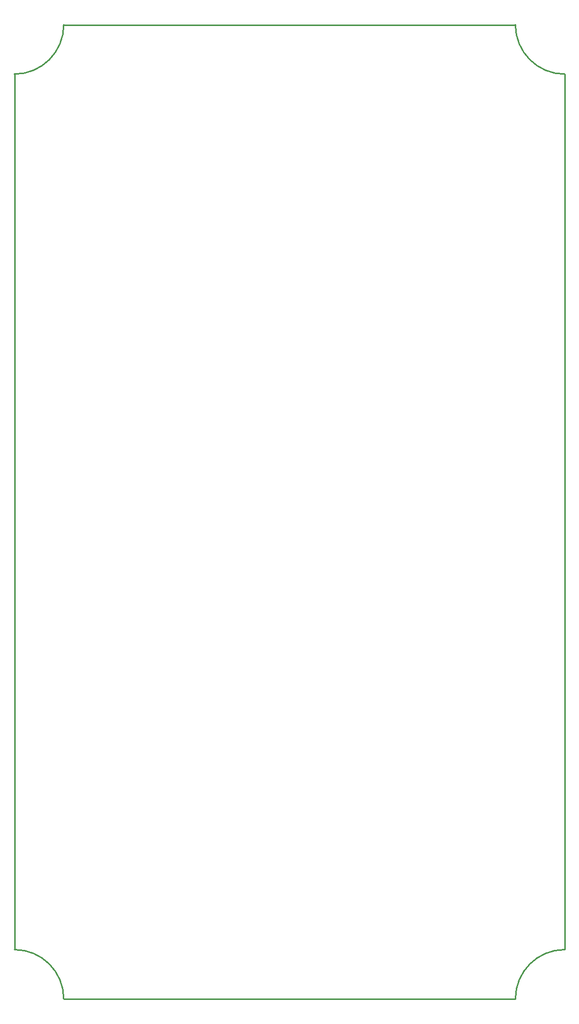
<source format=gbr>
%TF.GenerationSoftware,Altium Limited,Altium Designer,23.6.0 (18)*%
G04 Layer_Color=32768*
%FSLAX43Y43*%
%MOMM*%
%TF.SameCoordinates,407812E0-2FFD-4E57-8D94-CFCBE61D5419*%
%TF.FilePolarity,Positive*%
%TF.FileFunction,Other,Outline*%
%TF.Part,Single*%
G01*
G75*
%TA.AperFunction,NonConductor*%
%ADD68C,0.254*%
D68*
X8500Y0D02*
G03*
X0Y8500I-8500J0D01*
G01*
X95000D02*
G03*
X86500Y0I0J-8500D01*
G01*
Y168000D02*
G03*
X95000Y159500I8500J0D01*
G01*
X0D02*
G03*
X8500Y168000I0J8500D01*
G01*
X95000Y8500D02*
Y159500D01*
X8500Y168000D02*
X86500D01*
X8500Y0D02*
X86500D01*
X0Y8500D02*
Y159500D01*
%TF.MD5,f6673b877340585b4e0bd01fbd06325f*%
M02*

</source>
